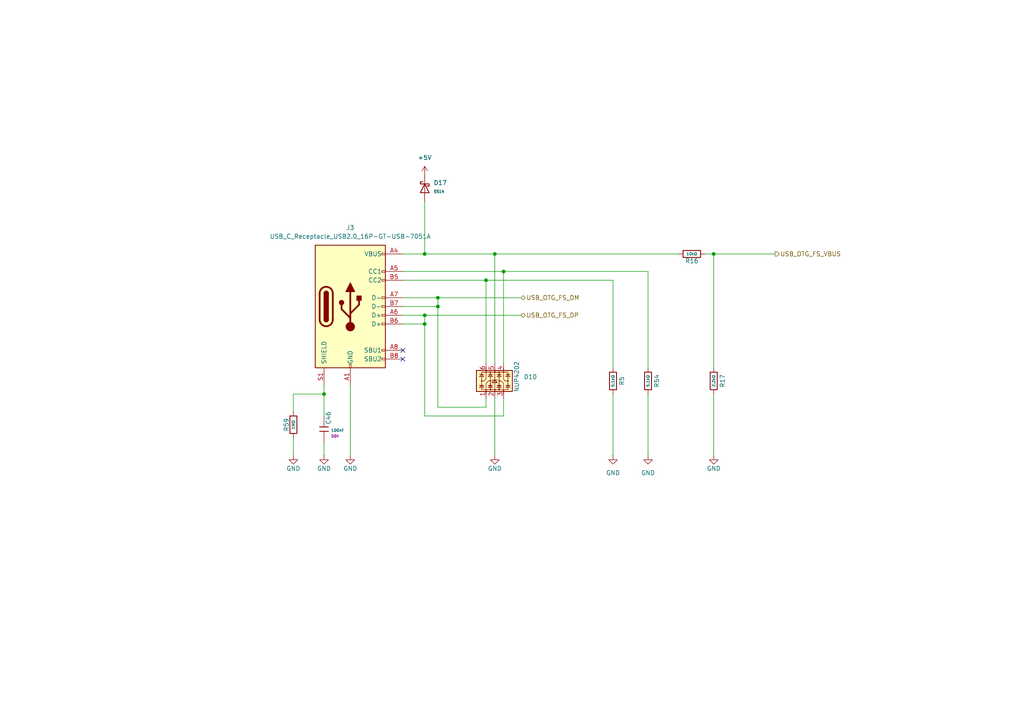
<source format=kicad_sch>
(kicad_sch (version 20250114) (generator "eeschema") (generator_version "9.0")
  (paper "A4")
  (title_block (title "l8"))
  (lib_symbols
    (symbol "PCM_JLCPCB-Capacitors:0603,100nF" (pin_numbers (hide yes)) (pin_names (offset 0))
      (property "Reference" "C" (at 2.032 1.668 0))
      (property "Value" "100nF" (at 2.032 -0.3782 0))
      (property "Voltage Rated" "50V" (at 2.032 -2.0462 0))
      (symbol "0603,100nF_0_1"
        (polyline (pts (xy -1.27 0.635) (xy 1.27 0.635)) (stroke (width 0.254)))
        (polyline (pts (xy -1.27 -0.635) (xy 1.27 -0.635)) (stroke (width 0.254)))
      )
      (symbol "0603,100nF_1_1"
        (pin passive line (at 0 3.81 270) (length 3.175) (name "~") (number "1"))
        (pin passive line (at 0 -3.81 90) (length 3.175) (name "~") (number "2"))
      )
    )
    (symbol "PCM_JLCPCB-Diodes:Schottky,SS14" (pin_numbers (hide yes)) (pin_names (offset 0))
      (property "Reference" "D" (at 2.032 0.834 0))
      (property "Value" "SS14" (at 2.032 -1.2122 0))
      (symbol "Schottky,SS14_0_1"
        (polyline (pts (xy -1.27 1.27) (xy 0 -1.27) (xy 1.27 1.27) (xy -1.27 1.27)) (stroke (width 0.254)))
        (polyline (pts (xy 0.635 -1.905) (xy 1.27 -1.905) (xy 1.27 -1.27) (xy -1.27 -1.27) (xy -1.27 -0.635) (xy -0.635 -0.635)) (stroke (width 0.254)))
      )
      (symbol "Schottky,SS14_1_1"
        (pin passive line (at 0 3.81 270) (length 3.81) (name "~") (number "2"))
        (pin passive line (at 0 -3.81 90) (length 3.81) (name "~") (number "1"))
      )
    )
    (symbol "PCM_JLCPCB-Resistors:0603,10kΩ" (pin_numbers (hide yes)) (pin_names (offset 0))
      (property "Reference" "R" (at 1.778 0 0))
      (property "Value" "10kΩ" (at 0 0 90))
      (symbol "0603,10kΩ_0_1"
        (rectangle (start -1.016 2.54) (end 1.016 -2.54) (stroke (width 0.254)))
      )
      (symbol "0603,10kΩ_1_1"
        (pin passive line (at 0 3.81 270) (length 1.27) (name "~") (number "1"))
        (pin passive line (at 0 -3.81 90) (length 1.27) (name "~") (number "2"))
      )
    )
    (symbol "PCM_JLCPCB-Resistors:0603,1MΩ" (pin_numbers (hide yes)) (pin_names (offset 0))
      (property "Reference" "R" (at 1.778 0 0))
      (property "Value" "1MΩ" (at 0 0 90))
      (symbol "0603,1MΩ_0_1"
        (rectangle (start -1.016 2.54) (end 1.016 -2.54) (stroke (width 0.254)))
      )
      (symbol "0603,1MΩ_1_1"
        (pin passive line (at 0 3.81 270) (length 1.27) (name "~") (number "1"))
        (pin passive line (at 0 -3.81 90) (length 1.27) (name "~") (number "2"))
      )
    )
    (symbol "PCM_JLCPCB-Resistors:0603,2.2kΩ" (pin_numbers (hide yes)) (pin_names (offset 0))
      (property "Reference" "R" (at 1.778 0 0))
      (property "Value" "2.2kΩ" (at 0 0 90))
      (symbol "0603,2.2kΩ_0_1"
        (rectangle (start -1.016 2.54) (end 1.016 -2.54) (stroke (width 0.254)))
      )
      (symbol "0603,2.2kΩ_1_1"
        (pin passive line (at 0 3.81 270) (length 1.27) (name "~") (number "1"))
        (pin passive line (at 0 -3.81 90) (length 1.27) (name "~") (number "2"))
      )
    )
    (symbol "PCM_JLCPCB-Resistors:0603,5.1kΩ" (pin_numbers (hide yes)) (pin_names (offset 0))
      (property "Reference" "R" (at 1.778 0 0))
      (property "Value" "5.1kΩ" (at 0 0 90))
      (symbol "0603,5.1kΩ_0_1"
        (rectangle (start -1.016 2.54) (end 1.016 -2.54) (stroke (width 0.254)))
      )
      (symbol "0603,5.1kΩ_1_1"
        (pin passive line (at 0 3.81 270) (length 1.27) (name "~") (number "1"))
        (pin passive line (at 0 -3.81 90) (length 1.27) (name "~") (number "2"))
      )
    )
    (symbol "Power_Protection:NUP4202"
      (property "Reference" "U" (at -6.985 -2.54 0))
      (property "Value" "NUP4202" (at 6.35 1.27 90))
      (symbol "NUP4202_0_1"
        (rectangle (start -5.334 3.048) (end 5.08 -3.048) (stroke (width 0.254)) (fill (type background)))
        (polyline (pts (xy -4.445 1.905) (xy -3.175 1.905)))
        (polyline (pts (xy -4.445 1.27) (xy -3.175 1.27) (xy -3.81 1.905) (xy -4.445 1.27)))
        (polyline (pts (xy -4.445 -1.27) (xy -3.175 -1.27)))
        (polyline (pts (xy -4.445 -1.27) (xy -3.175 -1.27)))
        (polyline (pts (xy -4.445 -1.905) (xy -3.175 -1.905) (xy -3.81 -1.27) (xy -4.445 -1.905)))
        (polyline (pts (xy -3.81 2.54) (xy 3.81 2.54)))
        (polyline (pts (xy -3.81 2.54) (xy 3.81 2.54)))
        (polyline (pts (xy -3.81 0.635) (xy -3.81 2.54)))
        (circle (center -3.81 0) (radius 0.127))
        (circle (center -3.81 0) (radius 0.127))
        (polyline (pts (xy -3.81 -0.635) (xy -3.81 0.635)))
        (polyline (pts (xy -3.81 -2.54) (xy -3.81 -0.635)))
        (polyline (pts (xy -3.81 -2.54) (xy 3.81 -2.54)))
        (polyline (pts (xy -2.54 3.81) (xy -2.54 0.635) (xy -3.048 0) (xy -3.937 0)))
        (polyline (pts (xy -2.54 -3.81) (xy -2.54 -0.762) (xy -1.905 0) (xy -1.27 0)))
        (polyline (pts (xy -1.905 1.905) (xy -0.635 1.905)))
        (polyline (pts (xy -1.905 1.27) (xy -0.635 1.27) (xy -1.27 1.905) (xy -1.905 1.27)))
        (polyline (pts (xy -1.905 -1.27) (xy -0.635 -1.27)))
        (polyline (pts (xy -1.905 -1.27) (xy -0.635 -1.27)))
        (polyline (pts (xy -1.905 -1.905) (xy -0.635 -1.905) (xy -1.27 -1.27) (xy -1.905 -1.905)))
        (circle (center -1.27 2.54) (radius 0.127))
        (circle (center -1.27 2.54) (radius 0.127))
        (polyline (pts (xy -1.27 0.635) (xy -1.27 2.54)))
        (polyline (pts (xy -1.27 0.635) (xy -1.27 -0.635)))
        (circle (center -1.27 0) (radius 0.127))
        (circle (center -1.27 0) (radius 0.127))
        (circle (center -1.27 -2.54) (radius 0.127))
        (circle (center -1.27 -2.54) (radius 0.127))
        (polyline (pts (xy -1.27 -2.54) (xy -1.27 -0.635)))
        (polyline (pts (xy -1.27 -2.54) (xy -1.27 -0.635)))
        (polyline (pts (xy -0.762 -0.508) (xy 0.762 -0.508) (xy 0 0.254) (xy -0.762 -0.508)))
        (polyline (pts (xy -0.762 -0.508) (xy 0.762 -0.508) (xy 0 0.254) (xy -0.762 -0.508)))
        (circle (center 0 2.54) (radius 0.127))
        (circle (center 0 2.54) (radius 0.127))
        (polyline (pts (xy 0 1.016) (xy 0 3.81)))
        (polyline (pts (xy 0 -0.889) (xy 0 1.016)))
        (polyline (pts (xy 0 -0.889) (xy 0 1.016)))
        (polyline (pts (xy 0 -0.889) (xy 0 -3.81)))
        (circle (center 0 -2.54) (radius 0.127))
        (circle (center 0 -2.54) (radius 0.127))
        (polyline (pts (xy 0.635 1.905) (xy 1.905 1.905)))
        (polyline (pts (xy 0.635 1.27) (xy 1.905 1.27) (xy 1.27 1.905) (xy 0.635 1.27)))
        (polyline (pts (xy 0.635 -1.27) (xy 1.905 -1.27)))
        (polyline (pts (xy 0.635 -1.27) (xy 1.905 -1.27)))
        (polyline (pts (xy 0.635 -1.905) (xy 1.905 -1.905) (xy 1.27 -1.27) (xy 0.635 -1.905)))
        (polyline (pts (xy 0.762 0.254) (xy -0.762 0.254) (xy -0.762 0)))
        (circle (center 1.27 2.54) (radius 0.127))
        (circle (center 1.27 2.54) (radius 0.127))
        (polyline (pts (xy 1.27 0.635) (xy 1.27 2.54)))
        (polyline (pts (xy 1.27 0.635) (xy 1.27 -0.635)))
        (circle (center 1.27 0) (radius 0.127))
        (circle (center 1.27 0) (radius 0.127))
        (polyline (pts (xy 1.27 -2.54) (xy 1.27 -0.635)))
        (polyline (pts (xy 1.27 -2.54) (xy 1.27 -0.635)))
        (circle (center 1.27 -2.54) (radius 0.127))
        (circle (center 1.27 -2.54) (radius 0.127))
        (polyline (pts (xy 2.54 3.81) (xy 2.54 0.508) (xy 2.921 0) (xy 3.81 0)))
        (polyline (pts (xy 2.54 -3.81) (xy 2.54 -0.762) (xy 1.905 0) (xy 1.143 0)))
        (polyline (pts (xy 3.175 1.905) (xy 4.445 1.905)))
        (polyline (pts (xy 3.175 1.27) (xy 4.445 1.27) (xy 3.81 1.905) (xy 3.175 1.27)))
        (polyline (pts (xy 3.175 -1.27) (xy 4.445 -1.27)))
        (polyline (pts (xy 3.175 -1.27) (xy 4.445 -1.27)))
        (polyline (pts (xy 3.175 -1.905) (xy 4.445 -1.905) (xy 3.81 -1.27) (xy 3.175 -1.905)))
        (polyline (pts (xy 3.81 0.635) (xy 3.81 2.54)))
        (polyline (pts (xy 3.81 0.635) (xy 3.81 -0.635)))
        (circle (center 3.81 0) (radius 0.127))
        (circle (center 3.81 0) (radius 0.127))
        (polyline (pts (xy 3.81 -2.54) (xy 3.81 -0.635)))
      )
      (symbol "NUP4202_1_1"
        (pin passive line (at -2.54 5.08 270) (length 2.54) (name "~") (number "6"))
        (pin passive line (at -2.54 -5.08 90) (length 2.54) (name "~") (number "1"))
        (pin passive line (at 0 5.08 270) (length 2.54) (name "~") (number "5"))
        (pin passive line (at 0 -5.08 90) (length 2.54) (name "~") (number "2"))
        (pin passive line (at 2.54 5.08 270) (length 2.54) (name "~") (number "4"))
        (pin passive line (at 2.54 -5.08 90) (length 2.54) (name "~") (number "3"))
      )
    )
    (symbol "dnt_global:USB_C_Receptacle_USB2.0_16P-GT-USB-7051A" (pin_names (offset 1.016))
      (property "Reference" "J" (at 0 22.225 0))
      (property "Value" "USB_C_Receptacle_USB2.0_16P-GT-USB-7051A" (at 0 19.685 0))
      (symbol "USB_C_Receptacle_USB2.0_16P-GT-USB-7051A_0_0"
        (rectangle (start -0.254 -17.78) (end 0.254 -16.764))
        (rectangle (start 10.16 15.494) (end 9.144 14.986))
        (rectangle (start 10.16 10.414) (end 9.144 9.906))
        (rectangle (start 10.16 7.874) (end 9.144 7.366))
        (rectangle (start 10.16 2.794) (end 9.144 2.286))
        (rectangle (start 10.16 0.254) (end 9.144 -0.254))
        (rectangle (start 10.16 -2.286) (end 9.144 -2.794))
        (rectangle (start 10.16 -4.826) (end 9.144 -5.334))
        (rectangle (start 10.16 -12.446) (end 9.144 -12.954))
        (rectangle (start 10.16 -14.986) (end 9.144 -15.494))
      )
      (symbol "USB_C_Receptacle_USB2.0_16P-GT-USB-7051A_0_1"
        (rectangle (start -10.16 17.78) (end 10.16 -17.78) (stroke (width 0.254)) (fill (type background)))
        (polyline (pts (xy -8.89 -3.81) (xy -8.89 3.81)) (stroke (width 0.508)))
        (rectangle (start -7.62 -3.81) (end -6.35 3.81) (stroke (width 0.254)) (fill (type outline)))
        (arc (start -7.62 3.81) (mid -6.985 4.4423) (end -6.35 3.81) (stroke (width 0.254)))
        (arc (start -7.62 3.81) (mid -6.985 4.4423) (end -6.35 3.81) (stroke (width 0.254)) (fill (type outline)))
        (arc (start -8.89 3.81) (mid -6.985 5.7067) (end -5.08 3.81) (stroke (width 0.508)))
        (arc (start -5.08 -3.81) (mid -6.985 -5.7067) (end -8.89 -3.81) (stroke (width 0.508)))
        (arc (start -6.35 -3.81) (mid -6.985 -4.4423) (end -7.62 -3.81) (stroke (width 0.254)))
        (arc (start -6.35 -3.81) (mid -6.985 -4.4423) (end -7.62 -3.81) (stroke (width 0.254)) (fill (type outline)))
        (polyline (pts (xy -5.08 3.81) (xy -5.08 -3.81)) (stroke (width 0.508)))
        (circle (center -2.54 1.143) (radius 0.635) (stroke (width 0.254)) (fill (type outline)))
        (polyline (pts (xy -1.27 4.318) (xy 0 6.858) (xy 1.27 4.318) (xy -1.27 4.318)) (stroke (width 0.254)) (fill (type outline)))
        (polyline (pts (xy 0 -2.032) (xy 2.54 0.508) (xy 2.54 1.778)) (stroke (width 0.508)))
        (polyline (pts (xy 0 -3.302) (xy -2.54 -0.762) (xy -2.54 0.508)) (stroke (width 0.508)))
        (polyline (pts (xy 0 -5.842) (xy 0 4.318)) (stroke (width 0.508)))
        (circle (center 0 -5.842) (radius 1.27) (fill (type outline)))
        (rectangle (start 1.905 1.778) (end 3.175 3.048) (stroke (width 0.254)) (fill (type outline)))
      )
      (symbol "USB_C_Receptacle_USB2.0_16P-GT-USB-7051A_1_1"
        (pin passive line (at -7.62 -22.86 90) (length 5.08) (name "SHIELD") (number "S1"))
        (pin passive line (at 0 -22.86 90) (length 5.08) (name "GND") (number "A1"))
        (pin passive line (at 0 -22.86 90) (length 5.08) (hide yes) (name "GND") (number "A12"))
        (pin passive line (at 0 -22.86 90) (length 5.08) (hide yes) (name "GND") (number "B1"))
        (pin passive line (at 0 -22.86 90) (length 5.08) (hide yes) (name "GND") (number "B12"))
        (pin passive line (at 15.24 15.24 180) (length 5.08) (name "VBUS") (number "A4"))
        (pin passive line (at 15.24 15.24 180) (length 5.08) (hide yes) (name "VBUS") (number "A9"))
        (pin passive line (at 15.24 15.24 180) (length 5.08) (hide yes) (name "VBUS") (number "B4"))
        (pin passive line (at 15.24 15.24 180) (length 5.08) (hide yes) (name "VBUS") (number "B9"))
        (pin bidirectional line (at 15.24 10.16 180) (length 5.08) (name "CC1") (number "A5"))
        (pin bidirectional line (at 15.24 7.62 180) (length 5.08) (name "CC2") (number "B5"))
        (pin bidirectional line (at 15.24 2.54 180) (length 5.08) (name "D-") (number "A7"))
        (pin bidirectional line (at 15.24 0 180) (length 5.08) (name "D-") (number "B7"))
        (pin bidirectional line (at 15.24 -2.54 180) (length 5.08) (name "D+") (number "A6"))
        (pin bidirectional line (at 15.24 -5.08 180) (length 5.08) (name "D+") (number "B6"))
        (pin bidirectional line (at 15.24 -12.7 180) (length 5.08) (name "SBU1") (number "A8"))
        (pin bidirectional line (at 15.24 -15.24 180) (length 5.08) (name "SBU2") (number "B8"))
      )
    )
    (symbol "power:+5V" (power) (pin_numbers (hide yes)) (pin_names (offset 0) (hide yes))
      (property "Value" "+5V" (at 0 3.556 0))
      (symbol "+5V_0_1"
        (polyline (pts (xy -0.762 1.27) (xy 0 2.54)))
        (polyline (pts (xy 0 2.54) (xy 0.762 1.27)))
        (polyline (pts (xy 0 0) (xy 0 2.54)))
      )
      (symbol "+5V_1_1"
        (pin power_in line (at 0 0 90) (length 0) (name "~") (number "1"))
      )
    )
    (symbol "power:GND" (power) (pin_numbers (hide yes)) (pin_names (offset 0) (hide yes))
      (property "Value" "GND" (at 0 -3.81 0))
      (symbol "GND_0_1"
        (polyline (pts (xy 0 0) (xy 0 -1.27) (xy 1.27 -1.27) (xy 0 -2.54) (xy -1.27 -1.27) (xy 0 -1.27)))
      )
      (symbol "GND_1_1"
        (pin power_in line (at 0 0 270) (length 0) (name "~") (number "1"))
      )
    )
  )
  (junction (at 123.19 91.44))
  (junction (at 207.01 73.66))
  (junction (at 146.05 78.74))
  (junction (at 127 88.9))
  (junction (at 123.19 93.98))
  (junction (at 123.19 73.66))
  (junction (at 140.97 81.28))
  (junction (at 143.51 73.66))
  (junction (at 93.98 114.3))
  (junction (at 127 86.36))
  (no_connect (at 116.84 101.6))
  (no_connect (at 116.84 104.14))
  (wire (pts (xy 204.47 73.66) (xy 207.01 73.66)))
  (wire (pts (xy 123.19 91.44) (xy 123.19 93.98)))
  (wire (pts (xy 116.84 81.28) (xy 140.97 81.28)))
  (wire (pts (xy 143.51 73.66) (xy 143.51 105.41)))
  (wire (pts (xy 85.09 114.3) (xy 85.09 119.38)))
  (wire (pts (xy 146.05 120.65) (xy 123.19 120.65)))
  (wire (pts (xy 116.84 88.9) (xy 127 88.9)))
  (wire (pts (xy 123.19 93.98) (xy 123.19 120.65)))
  (wire (pts (xy 101.6 111.76) (xy 101.6 132.08)))
  (wire (pts (xy 146.05 78.74) (xy 146.05 105.41)))
  (wire (pts (xy 187.96 114.3) (xy 187.96 132.08)))
  (wire (pts (xy 143.51 73.66) (xy 196.85 73.66)))
  (wire (pts (xy 140.97 115.57) (xy 140.97 118.11)))
  (wire (pts (xy 93.98 111.76) (xy 93.98 114.3)))
  (wire (pts (xy 123.19 91.44) (xy 151.13 91.44)))
  (wire (pts (xy 116.84 78.74) (xy 146.05 78.74)))
  (wire (pts (xy 116.84 86.36) (xy 127 86.36)))
  (wire (pts (xy 187.96 78.74) (xy 187.96 106.68)))
  (wire (pts (xy 177.8 114.3) (xy 177.8 132.08)))
  (wire (pts (xy 127 86.36) (xy 127 88.9)))
  (wire (pts (xy 177.8 81.28) (xy 177.8 106.68)))
  (wire (pts (xy 93.98 128.27) (xy 93.98 132.08)))
  (wire (pts (xy 146.05 115.57) (xy 146.05 120.65)))
  (wire (pts (xy 140.97 105.41) (xy 140.97 81.28)))
  (wire (pts (xy 93.98 114.3) (xy 93.98 120.65)))
  (wire (pts (xy 127 86.36) (xy 151.13 86.36)))
  (wire (pts (xy 207.01 73.66) (xy 224.79 73.66)))
  (wire (pts (xy 85.09 127) (xy 85.09 132.08)))
  (wire (pts (xy 140.97 118.11) (xy 127 118.11)))
  (wire (pts (xy 116.84 91.44) (xy 123.19 91.44)))
  (wire (pts (xy 85.09 114.3) (xy 93.98 114.3)))
  (wire (pts (xy 116.84 93.98) (xy 123.19 93.98)))
  (wire (pts (xy 123.19 73.66) (xy 116.84 73.66)))
  (wire (pts (xy 127 88.9) (xy 127 118.11)))
  (wire (pts (xy 143.51 115.57) (xy 143.51 132.08)))
  (wire (pts (xy 207.01 132.08) (xy 207.01 114.3)))
  (wire (pts (xy 140.97 81.28) (xy 177.8 81.28)))
  (wire (pts (xy 207.01 73.66) (xy 207.01 106.68)))
  (wire (pts (xy 123.19 58.42) (xy 123.19 73.66)))
  (wire (pts (xy 146.05 78.74) (xy 187.96 78.74)))
  (wire (pts (xy 143.51 73.66) (xy 123.19 73.66)))
  (hierarchical_label "USB_OTG_FS_VBUS" (shape output) (at 224.79 73.66 0))
  (hierarchical_label "USB_OTG_FS_DM" (shape bidirectional) (at 151.13 86.36 0))
  (hierarchical_label "USB_OTG_FS_DP" (shape bidirectional) (at 151.13 91.44 0))
  (symbol (lib_id "power:GND") (at 85.09 132.08 0) (unit 1)
    (property "Reference" "#PWR050" (effects (hide yes)))
    (property "Value" "GND" (at 85.09 135.89 0))
    (property "Description" "Power symbol creates a global label with name \"GND\" , ground" (effects (hide yes)))
  )
  (symbol (lib_id "power:GND") (at 93.98 132.08 0) (unit 1)
    (property "Reference" "#PWR013" (effects (hide yes)))
    (property "Value" "GND" (at 93.98 135.89 0))
    (property "Description" "Power symbol creates a global label with name \"GND\" , ground" (effects (hide yes)))
  )
  (symbol (lib_id "Power_Protection:NUP4202") (at 143.51 110.49 0) (unit 1)
    (property "Reference" "D10" (at 151.892 109.3216 0) (effects (justify left)))
    (property "Value" "NUP4202" (at 149.86 109.22 90))
    (property "Footprint" "Package_TO_SOT_SMD:SOT-363_SC-70-6" (effects (hide yes)))
    (property "Datasheet" "http://www.onsemi.com/pub_link/Collateral/NUP4202W1-D.PDF" (effects (hide yes)))
    (property "Description" "Transient voltage suppressor designed to protect high speed data lines from ESD, EFT, and lightning" (effects (hide yes)))
  )
  (symbol (lib_id "PCM_JLCPCB-Resistors:0603,1MΩ") (at 85.09 123.19 0) (mirror y) (unit 1)
    (property "Reference" "R59" (at 83.058 123.19 90))
    (property "Value" "1MΩ" (at 85.09 123.19 90) (effects (font (size 0.8 0.8))))
    (property "Footprint" "PCM_JLCPCB:R_0603" (effects (hide yes)))
    (property "Datasheet" "https://www.lcsc.com/datasheet/lcsc_datasheet_2206010130_UNI-ROYAL-Uniroyal-Elec-0603WAF1004T5E_C22935.pdf" (effects (hide yes)))
    (property "Description" "100mW Thick Film Resistors 75V ±100ppm/°C ±1% 1MΩ 0603 Chip Resistor - Surface Mount ROHS" (effects (hide yes)))
    (property "LCSC" "C22935" (effects (hide yes)))
    (property "Stock" "3961571" (effects (hide yes)))
    (property "Price" "0.004USD" (effects (hide yes)))
    (property "Process" "SMT" (effects (hide yes)))
    (property "Minimum Qty" "20" (effects (hide yes)))
    (property "Attrition Qty" "10" (effects (hide yes)))
    (property "Class" "Basic Component" (effects (hide yes)))
    (property "Category" "Resistors,Chip Resistor - Surface Mount" (effects (hide yes)))
    (property "Manufacturer" "UNI-ROYAL(Uniroyal Elec)" (effects (hide yes)))
    (property "Part" "0603WAF1004T5E" (effects (hide yes)))
    (property "Resistance" "1MΩ" (effects (hide yes)))
    (property "Power(Watts)" "100mW" (effects (hide yes)))
    (property "Type" "Thick Film Resistors" (effects (hide yes)))
    (property "Overload Voltage (Max)" "75V" (effects (hide yes)))
    (property "Operating Temperature Range" "-55°C~+155°C" (effects (hide yes)))
    (property "Tolerance" "±1%" (effects (hide yes)))
    (property "Temperature Coefficient" "±100ppm/°C" (effects (hide yes)))
  )
  (symbol (lib_id "PCM_JLCPCB-Resistors:0603,5.1kΩ") (at 177.8 110.49 0) (mirror x) (unit 1)
    (property "Reference" "R5" (at 180.34 110.49 90))
    (property "Value" "5.1kΩ" (at 177.8 110.49 90) (effects (font (size 0.8 0.8))))
    (property "Footprint" "PCM_JLCPCB:R_0603" (effects (hide yes)))
    (property "Datasheet" "https://www.lcsc.com/datasheet/lcsc_datasheet_2206010116_UNI-ROYAL-Uniroyal-Elec-0603WAF5101T5E_C23186.pdf" (effects (hide yes)))
    (property "Description" "100mW Thick Film Resistors 75V ±100ppm/°C ±1% 5.1kΩ 0603 Chip Resistor - Surface Mount ROHS" (effects (hide yes)))
    (property "LCSC" "C23186" (effects (hide yes)))
    (property "Stock" "9223405" (effects (hide yes)))
    (property "Price" "0.004USD" (effects (hide yes)))
    (property "Process" "SMT" (effects (hide yes)))
    (property "Minimum Qty" "20" (effects (hide yes)))
    (property "Attrition Qty" "10" (effects (hide yes)))
    (property "Class" "Basic Component" (effects (hide yes)))
    (property "Category" "Resistors,Chip Resistor - Surface Mount" (effects (hide yes)))
    (property "Manufacturer" "UNI-ROYAL(Uniroyal Elec)" (effects (hide yes)))
    (property "Part" "0603WAF5101T5E" (effects (hide yes)))
    (property "Resistance" "5.1kΩ" (effects (hide yes)))
    (property "Power(Watts)" "100mW" (effects (hide yes)))
    (property "Type" "Thick Film Resistors" (effects (hide yes)))
    (property "Overload Voltage (Max)" "75V" (effects (hide yes)))
    (property "Operating Temperature Range" "-55°C~+155°C" (effects (hide yes)))
    (property "Tolerance" "±1%" (effects (hide yes)))
    (property "Temperature Coefficient" "±100ppm/°C" (effects (hide yes)))
  )
  (symbol (lib_id "PCM_JLCPCB-Resistors:0603,10kΩ") (at 200.66 73.66 90) (mirror x) (unit 1)
    (property "Reference" "R16" (at 200.66 75.692 90))
    (property "Value" "10kΩ" (at 200.66 73.66 90) (effects (font (size 0.8 0.8))))
    (property "Footprint" "PCM_JLCPCB:R_0603" (effects (hide yes)))
    (property "Datasheet" "https://www.lcsc.com/datasheet/lcsc_datasheet_2206010045_UNI-ROYAL-Uniroyal-Elec-0603WAF1002T5E_C25804.pdf" (effects (hide yes)))
    (property "Description" "100mW Thick Film Resistors 75V ±100ppm/°C ±1% 10kΩ 0603 Chip Resistor - Surface Mount ROHS" (effects (hide yes)))
    (property "LCSC" "C25804" (effects (hide yes)))
    (property "Stock" "51181774" (effects (hide yes)))
    (property "Price" "0.004USD" (effects (hide yes)))
    (property "Process" "SMT" (effects (hide yes)))
    (property "Minimum Qty" "20" (effects (hide yes)))
    (property "Attrition Qty" "10" (effects (hide yes)))
    (property "Class" "Basic Component" (effects (hide yes)))
    (property "Category" "Resistors,Chip Resistor - Surface Mount" (effects (hide yes)))
    (property "Manufacturer" "UNI-ROYAL(Uniroyal Elec)" (effects (hide yes)))
    (property "Part" "0603WAF1002T5E" (effects (hide yes)))
    (property "Resistance" "10kΩ" (effects (hide yes)))
    (property "Power(Watts)" "100mW" (effects (hide yes)))
    (property "Type" "Thick Film Resistors" (effects (hide yes)))
    (property "Overload Voltage (Max)" "75V" (effects (hide yes)))
    (property "Operating Temperature Range" "-55°C~+155°C" (effects (hide yes)))
    (property "Tolerance" "±1%" (effects (hide yes)))
    (property "Temperature Coefficient" "±100ppm/°C" (effects (hide yes)))
  )
  (symbol (lib_id "PCM_JLCPCB-Diodes:Schottky,SS14") (at 123.19 54.61 180) (unit 1)
    (property "Reference" "D17" (at 125.73 53.0224 0) (effects (justify right)))
    (property "Value" "SS14" (at 125.73 55.5625 0) (effects (font (size 0.8 0.8)) (justify right)))
    (property "Footprint" "PCM_JLCPCB:D_SMA" (effects (hide yes)))
    (property "Datasheet" "https://www.lcsc.com/datasheet/lcsc_datasheet_2407101109_MDD-Microdiode-Semiconductor-SS14_C2480.pdf" (effects (hide yes)))
    (property "Description" "40V Independent Type 1A 550mV@1A SMA(DO-214AC) Schottky Diodes ROHS" (effects (hide yes)))
    (property "LCSC" "C2480" (effects (hide yes)))
    (property "Stock" "1115112" (effects (hide yes)))
    (property "Price" "0.018USD" (effects (hide yes)))
    (property "Process" "SMT" (effects (hide yes)))
    (property "Minimum Qty" "5" (effects (hide yes)))
    (property "Attrition Qty" "10" (effects (hide yes)))
    (property "Class" "Basic Component" (effects (hide yes)))
    (property "Category" "Diodes,Schottky Barrier Diodes (SBD)" (effects (hide yes)))
    (property "Manufacturer" "MDD（Microdiode Electronics）" (effects (hide yes)))
    (property "Part" "SS14" (effects (hide yes)))
    (property "Rectified Current" "1A" (effects (hide yes)))
    (property "Forward Voltage (Vf@If)" "550mV@1A" (effects (hide yes)))
    (property "Reverse Voltage (Vr)" "40V" (effects (hide yes)))
    (property "Diode Configuration" "Independent Type" (effects (hide yes)))
    (property "Reverse Leakage Current (Ir)" "300uA@40V" (effects (hide yes)))
  )
  (symbol (lib_id "power:+5V") (at 123.19 50.8 0) (unit 1)
    (property "Reference" "#PWR085" (effects (hide yes)))
    (property "Value" "+5V" (at 123.19 45.72 0))
    (property "Description" "Power symbol creates a global label with name \"+5V\"" (effects (hide yes)))
  )
  (symbol (lib_id "power:GND") (at 143.51 132.08 0) (unit 1)
    (property "Reference" "#PWR027" (effects (hide yes)))
    (property "Value" "GND" (at 143.51 135.89 0))
    (property "Description" "Power symbol creates a global label with name \"GND\" , ground" (effects (hide yes)))
  )
  (symbol (lib_id "PCM_JLCPCB-Resistors:0603,2.2kΩ") (at 207.01 110.49 0) (mirror x) (unit 1)
    (property "Reference" "R17" (at 209.55 110.49 90))
    (property "Value" "2.2kΩ" (at 207.01 110.49 90) (effects (font (size 0.8 0.8))))
    (property "Footprint" "PCM_JLCPCB:R_0603" (effects (hide yes)))
    (property "Datasheet" "https://www.lcsc.com/datasheet/lcsc_datasheet_2206010230_UNI-ROYAL-Uniroyal-Elec-0603WAF2201T5E_C4190.pdf" (effects (hide yes)))
    (property "Description" "100mW Thick Film Resistors 75V ±100ppm/°C ±1% 2.2kΩ 0603 Chip Resistor - Surface Mount ROHS" (effects (hide yes)))
    (property "LCSC" "C4190" (effects (hide yes)))
    (property "Stock" "3259603" (effects (hide yes)))
    (property "Price" "0.004USD" (effects (hide yes)))
    (property "Process" "SMT" (effects (hide yes)))
    (property "Minimum Qty" "20" (effects (hide yes)))
    (property "Attrition Qty" "10" (effects (hide yes)))
    (property "Class" "Basic Component" (effects (hide yes)))
    (property "Category" "Resistors,Chip Resistor - Surface Mount" (effects (hide yes)))
    (property "Manufacturer" "UNI-ROYAL(Uniroyal Elec)" (effects (hide yes)))
    (property "Part" "0603WAF2201T5E" (effects (hide yes)))
    (property "Resistance" "2.2kΩ" (effects (hide yes)))
    (property "Power(Watts)" "100mW" (effects (hide yes)))
    (property "Type" "Thick Film Resistors" (effects (hide yes)))
    (property "Overload Voltage (Max)" "75V" (effects (hide yes)))
    (property "Operating Temperature Range" "-55°C~+155°C" (effects (hide yes)))
    (property "Tolerance" "±1%" (effects (hide yes)))
    (property "Temperature Coefficient" "±100ppm/°C" (effects (hide yes)))
  )
  (symbol (lib_id "PCM_JLCPCB-Resistors:0603,5.1kΩ") (at 187.96 110.49 0) (mirror x) (unit 1)
    (property "Reference" "R54" (at 190.5 110.49 90))
    (property "Value" "5.1kΩ" (at 187.96 110.49 90) (effects (font (size 0.8 0.8))))
    (property "Footprint" "PCM_JLCPCB:R_0603" (effects (hide yes)))
    (property "Datasheet" "https://www.lcsc.com/datasheet/lcsc_datasheet_2206010116_UNI-ROYAL-Uniroyal-Elec-0603WAF5101T5E_C23186.pdf" (effects (hide yes)))
    (property "Description" "100mW Thick Film Resistors 75V ±100ppm/°C ±1% 5.1kΩ 0603 Chip Resistor - Surface Mount ROHS" (effects (hide yes)))
    (property "LCSC" "C23186" (effects (hide yes)))
    (property "Stock" "9223405" (effects (hide yes)))
    (property "Price" "0.004USD" (effects (hide yes)))
    (property "Process" "SMT" (effects (hide yes)))
    (property "Minimum Qty" "20" (effects (hide yes)))
    (property "Attrition Qty" "10" (effects (hide yes)))
    (property "Class" "Basic Component" (effects (hide yes)))
    (property "Category" "Resistors,Chip Resistor - Surface Mount" (effects (hide yes)))
    (property "Manufacturer" "UNI-ROYAL(Uniroyal Elec)" (effects (hide yes)))
    (property "Part" "0603WAF5101T5E" (effects (hide yes)))
    (property "Resistance" "5.1kΩ" (effects (hide yes)))
    (property "Power(Watts)" "100mW" (effects (hide yes)))
    (property "Type" "Thick Film Resistors" (effects (hide yes)))
    (property "Overload Voltage (Max)" "75V" (effects (hide yes)))
    (property "Operating Temperature Range" "-55°C~+155°C" (effects (hide yes)))
    (property "Tolerance" "±1%" (effects (hide yes)))
    (property "Temperature Coefficient" "±100ppm/°C" (effects (hide yes)))
  )
  (symbol (lib_id "dnt_global:USB_C_Receptacle_USB2.0_16P-GT-USB-7051A") (at 101.6 88.9 0) (unit 1)
    (property "Reference" "J3" (at 101.6 66.04 0))
    (property "Value" "USB_C_Receptacle_USB2.0_16P-GT-USB-7051A" (at 101.6 68.58 0))
    (property "Footprint" "Connector_USB:USB_C_Receptacle_G-Switch_GT-USB-7051x" (effects (hide yes)))
    (property "Datasheet" "https://jlcpcb.com/api/file/downloadByFileSystemAccessId/8588944427586342912" (effects (hide yes)))
    (property "Description" "USB 2.0-only 16P Type-C Receptacle connector" (effects (hide yes)))
    (property "LCSC" "C2843970" (effects (hide yes)))
  )
  (symbol (lib_id "power:GND") (at 187.96 132.08 0) (unit 1)
    (property "Reference" "#PWR092" (effects (hide yes)))
    (property "Value" "GND" (at 187.96 137.16 0))
    (property "Description" "Power symbol creates a global label with name \"GND\" , ground" (effects (hide yes)))
  )
  (symbol (lib_id "power:GND") (at 177.8 132.08 0) (unit 1)
    (property "Reference" "#PWR029" (effects (hide yes)))
    (property "Value" "GND" (at 177.8 137.16 0))
    (property "Description" "Power symbol creates a global label with name \"GND\" , ground" (effects (hide yes)))
  )
  (symbol (lib_id "power:GND") (at 207.01 132.08 0) (unit 1)
    (property "Reference" "#PWR044" (effects (hide yes)))
    (property "Value" "GND" (at 207.01 135.89 0))
    (property "Description" "Power symbol creates a global label with name \"GND\" , ground" (effects (hide yes)))
  )
  (symbol (lib_id "PCM_JLCPCB-Capacitors:0603,100nF") (at 93.98 124.46 0) (unit 1)
    (property "Reference" "C46" (at 95.25 123.19 90) (effects (justify left)))
    (property "Value" "100nF" (at 96.012 124.8382 0) (effects (font (size 0.8 0.8)) (justify left)))
    (property "Footprint" "PCM_JLCPCB:C_0603" (effects (hide yes)))
    (property "Datasheet" "https://www.lcsc.com/datasheet/lcsc_datasheet_2211101700_YAGEO-CC0603KRX7R9BB104_C14663.pdf" (effects (hide yes)))
    (property "Description" "50V 100nF X7R ±10% 0603 Multilayer Ceramic Capacitors MLCC - SMD/SMT ROHS" (effects (hide yes)))
    (property "LCSC" "C14663" (effects (hide yes)))
    (property "Stock" "70324515" (effects (hide yes)))
    (property "Price" "0.006USD" (effects (hide yes)))
    (property "Process" "SMT" (effects (hide yes)))
    (property "Minimum Qty" "20" (effects (hide yes)))
    (property "Attrition Qty" "10" (effects (hide yes)))
    (property "Class" "Basic Component" (effects (hide yes)))
    (property "Category" "Capacitors,Multilayer Ceramic Capacitors MLCC - SMD/SMT" (effects (hide yes)))
    (property "Manufacturer" "YAGEO" (effects (hide yes)))
    (property "Part" "CC0603KRX7R9BB104" (effects (hide yes)))
    (property "Voltage Rated" "50V" (at 96.012 126.5062 0) (effects (font (size 0.8 0.8)) (justify left)))
    (property "Tolerance" "±10%" (effects (hide yes)))
    (property "Capacitance" "100nF" (effects (hide yes)))
    (property "Temperature Coefficient" "X7R" (effects (hide yes)))
  )
  (symbol (lib_id "power:GND") (at 101.6 132.08 0) (unit 1)
    (property "Reference" "#PWR022" (effects (hide yes)))
    (property "Value" "GND" (at 101.6 135.89 0))
    (property "Description" "Power symbol creates a global label with name \"GND\" , ground" (effects (hide yes)))
  )
)
</source>
